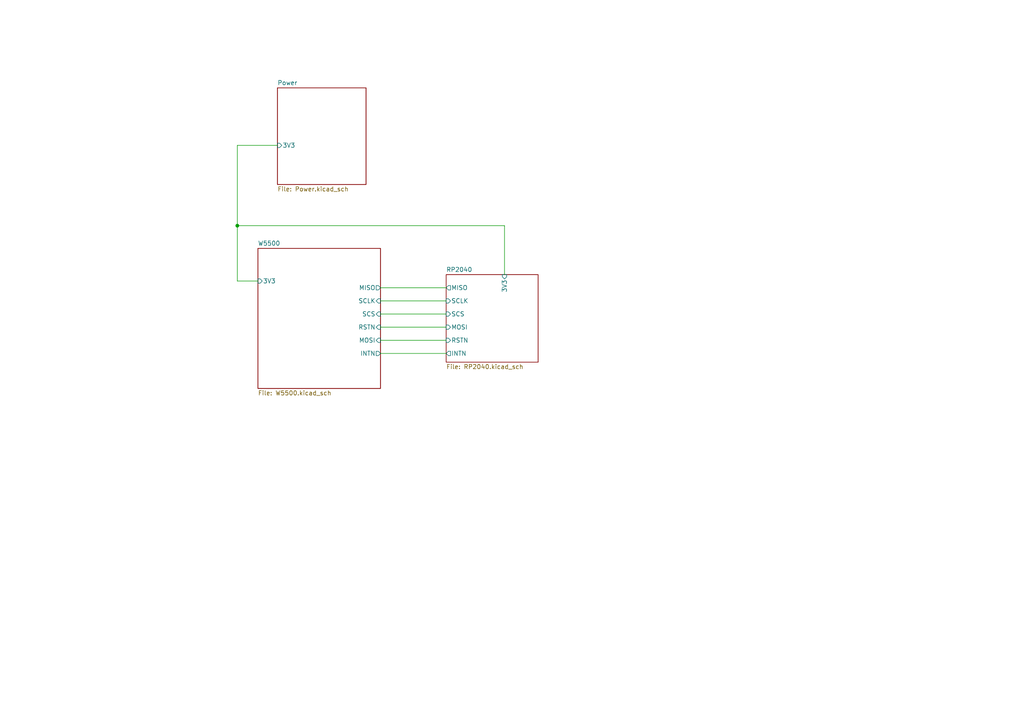
<source format=kicad_sch>
(kicad_sch (version 20230121) (generator eeschema)

  (uuid cc0151c8-0a13-4d95-9cfd-63faebbbfa44)

  (paper "A4")

  (lib_symbols
  )

  (junction (at 68.834 65.4558) (diameter 0) (color 0 0 0 0)
    (uuid 7e69a169-a971-4d04-bc5d-3754fabe811b)
  )

  (wire (pts (xy 110.363 98.7044) (xy 129.413 98.7044))
    (stroke (width 0) (type default))
    (uuid 0023c533-bd85-4bcd-a18b-3dbce8381d47)
  )
  (wire (pts (xy 110.363 94.8944) (xy 129.413 94.8944))
    (stroke (width 0) (type default))
    (uuid 05b5d5eb-2d6b-4acb-b0ca-8d9996db619c)
  )
  (wire (pts (xy 146.304 65.5066) (xy 146.304 65.4558))
    (stroke (width 0) (type default))
    (uuid 0f791b44-714a-48a6-83fc-9049214ea8da)
  )
  (wire (pts (xy 146.304 65.4558) (xy 68.834 65.4558))
    (stroke (width 0) (type default))
    (uuid 1f702987-c19d-4e7d-aacc-2fdfef2add89)
  )
  (wire (pts (xy 110.363 91.0844) (xy 129.413 91.0844))
    (stroke (width 0) (type default))
    (uuid 2ae2ce8e-5e2b-47de-bb4f-afeeddf7c912)
  )
  (wire (pts (xy 146.304 65.5066) (xy 146.3294 65.5066))
    (stroke (width 0) (type default))
    (uuid 570d9a81-0ff9-4c3b-8382-62c424992223)
  )
  (wire (pts (xy 110.363 87.2744) (xy 129.413 87.2744))
    (stroke (width 0) (type default))
    (uuid 751b7ecd-4d0a-4152-b989-7e5a85d08625)
  )
  (wire (pts (xy 68.834 81.5086) (xy 74.8284 81.5086))
    (stroke (width 0) (type default))
    (uuid 770b7455-a3fd-48b6-ba54-c9ddae9bfe9a)
  )
  (wire (pts (xy 68.834 65.4558) (xy 68.834 81.5086))
    (stroke (width 0) (type default))
    (uuid a18915fb-2371-49e1-9cac-4304d19c0f54)
  )
  (wire (pts (xy 110.363 102.5144) (xy 129.413 102.5144))
    (stroke (width 0) (type default))
    (uuid ab410818-3f69-4db8-bcbf-427d6f9e5f71)
  )
  (wire (pts (xy 68.834 42.164) (xy 68.834 65.4558))
    (stroke (width 0) (type default))
    (uuid d550a77a-5eb0-4b9d-a8fd-0788c377f7da)
  )
  (wire (pts (xy 80.4672 42.164) (xy 68.834 42.164))
    (stroke (width 0) (type default))
    (uuid db9b4875-d215-4eec-a052-31b4c170d354)
  )
  (wire (pts (xy 110.363 83.4644) (xy 129.413 83.4644))
    (stroke (width 0) (type default))
    (uuid df6cd70d-da56-4c82-b652-865a0c498754)
  )
  (wire (pts (xy 146.3294 65.5066) (xy 146.3294 79.6544))
    (stroke (width 0) (type default))
    (uuid e7cef565-c234-4ca3-a5cf-971f31b19dcc)
  )

  (sheet (at 80.4672 25.4762) (size 25.7048 28.0416) (fields_autoplaced)
    (stroke (width 0.1524) (type solid))
    (fill (color 0 0 0 0.0000))
    (uuid 3c6b550a-dbce-4674-909a-4c7b43640f50)
    (property "Sheetname" "Power" (at 80.4672 24.7646 0)
      (effects (font (size 1.27 1.27)) (justify left bottom))
    )
    (property "Sheetfile" "Power.kicad_sch" (at 80.4672 54.1024 0)
      (effects (font (size 1.27 1.27)) (justify left top))
    )
    (pin "3V3" input (at 80.4672 42.164 180)
      (effects (font (size 1.27 1.27)) (justify left))
      (uuid 10f2c358-f834-4855-aca0-a5040516424f)
    )
    (instances
      (project "multiple sheets"
        (path "/cc0151c8-0a13-4d95-9cfd-63faebbbfa44" (page "2"))
      )
    )
  )

  (sheet (at 74.803 72.0344) (size 35.56 40.64) (fields_autoplaced)
    (stroke (width 0.1524) (type solid))
    (fill (color 0 0 0 0.0000))
    (uuid c4949354-1721-4ed7-8b10-01162f98613e)
    (property "Sheetname" "W5500" (at 74.803 71.3228 0)
      (effects (font (size 1.27 1.27)) (justify left bottom))
    )
    (property "Sheetfile" "W5500.kicad_sch" (at 74.803 113.259 0)
      (effects (font (size 1.27 1.27)) (justify left top))
    )
    (pin "MISO" output (at 110.363 83.4644 0)
      (effects (font (size 1.27 1.27)) (justify right))
      (uuid babec45f-6030-4bdb-bf58-83261a586989)
    )
    (pin "SCLK" input (at 110.363 87.2744 0)
      (effects (font (size 1.27 1.27)) (justify right))
      (uuid d9e39e24-16c0-4da8-b799-4c7bd71de969)
    )
    (pin "SCS" input (at 110.363 91.0844 0)
      (effects (font (size 1.27 1.27)) (justify right))
      (uuid 26480540-23ab-4b2f-81c7-d13229a365bd)
    )
    (pin "RSTN" input (at 110.363 94.8944 0)
      (effects (font (size 1.27 1.27)) (justify right))
      (uuid f5620d4f-000b-400a-868e-2df59ef79ad8)
    )
    (pin "MOSI" input (at 110.363 98.7044 0)
      (effects (font (size 1.27 1.27)) (justify right))
      (uuid a13c9147-41da-4e19-93bc-1d5fa24c0dc8)
    )
    (pin "INTN" output (at 110.363 102.5144 0)
      (effects (font (size 1.27 1.27)) (justify right))
      (uuid c19c1d88-a222-4545-bb19-2201a65766fe)
    )
    (pin "3V3" input (at 74.803 81.5086 180)
      (effects (font (size 1.27 1.27)) (justify left))
      (uuid fe3557ab-7e25-4a76-9e2a-5722bc0123a7)
    )
    (instances
      (project "multiple sheets"
        (path "/cc0151c8-0a13-4d95-9cfd-63faebbbfa44" (page "3"))
      )
    )
  )

  (sheet (at 129.413 79.6544) (size 26.67 25.4) (fields_autoplaced)
    (stroke (width 0.1524) (type solid))
    (fill (color 0 0 0 0.0000))
    (uuid daa51e77-1f6e-4b67-8337-c6e6fd9f5810)
    (property "Sheetname" "RP2040" (at 129.413 78.9428 0)
      (effects (font (size 1.27 1.27)) (justify left bottom))
    )
    (property "Sheetfile" "RP2040.kicad_sch" (at 129.413 105.639 0)
      (effects (font (size 1.27 1.27)) (justify left top))
    )
    (pin "MISO" output (at 129.413 83.4644 180)
      (effects (font (size 1.27 1.27)) (justify left))
      (uuid 476b1493-f6d5-48b4-b6e3-4e2a3fcb44cd)
    )
    (pin "SCLK" input (at 129.413 87.2744 180)
      (effects (font (size 1.27 1.27)) (justify left))
      (uuid f9981f92-9f56-4895-bb7c-adf41f8a4d12)
    )
    (pin "SCS" input (at 129.413 91.0844 180)
      (effects (font (size 1.27 1.27)) (justify left))
      (uuid 9ca20867-8d03-47f4-8775-f4f8616ac060)
    )
    (pin "MOSI" input (at 129.413 94.8944 180)
      (effects (font (size 1.27 1.27)) (justify left))
      (uuid 0cd7a4d9-96bb-4d08-ada8-82b0086e7103)
    )
    (pin "RSTN" input (at 129.413 98.7044 180)
      (effects (font (size 1.27 1.27)) (justify left))
      (uuid a4ee5e3e-04a7-43b2-9e86-dcf7d715738d)
    )
    (pin "INTN" output (at 129.413 102.5144 180)
      (effects (font (size 1.27 1.27)) (justify left))
      (uuid 084a9758-2e42-43a0-ae1a-1778639ef59f)
    )
    (pin "3V3" input (at 146.3294 79.6544 90)
      (effects (font (size 1.27 1.27)) (justify right))
      (uuid 5f91765e-78c2-4d0d-bc76-76c987d54bdd)
    )
    (instances
      (project "multiple sheets"
        (path "/cc0151c8-0a13-4d95-9cfd-63faebbbfa44" (page "4"))
      )
    )
  )

  (sheet_instances
    (path "/" (page "1"))
  )
)

</source>
